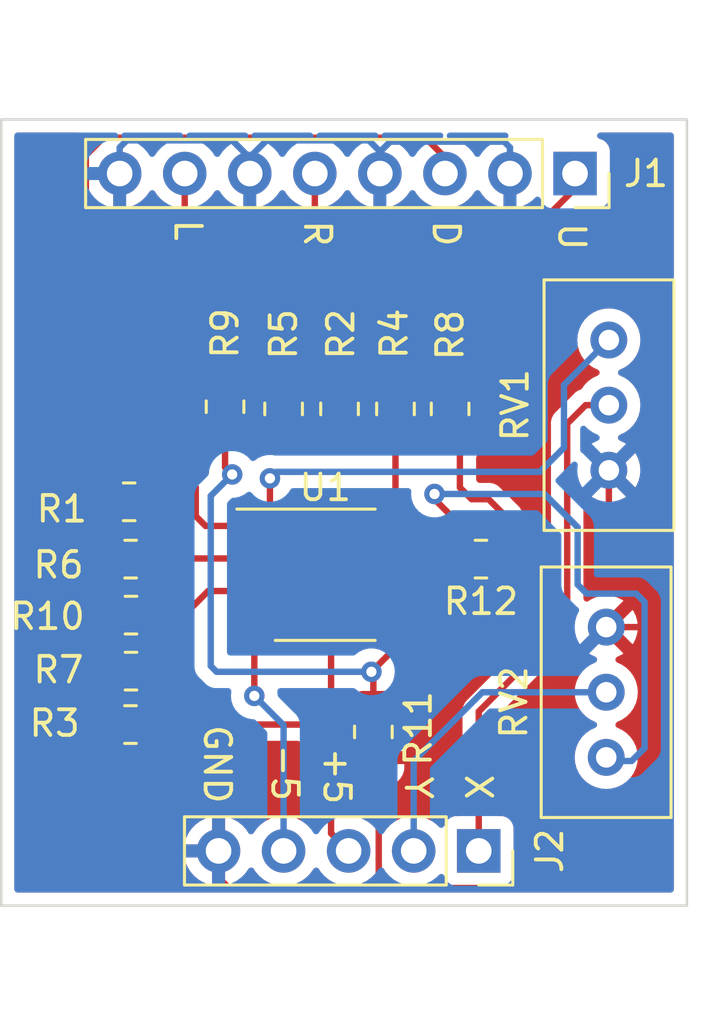
<source format=kicad_pcb>
(kicad_pcb (version 20211014) (generator pcbnew)
  (layers (0 "F.Cu" signal) (31 "B.Cu" signal) (34 "B.Paste" user) (35 "F.Paste" user) (36 "B.SilkS" user "B.Silkscreen") (37 "F.SilkS" user "F.Silkscreen") (38 "B.Mask" user) (39 "F.Mask" user) (44 "Edge.Cuts" user))
  (net 0 "")
  (net 1 "Net-(J1-Pad1)")
  (net 2 "GND")
  (net 3 "Net-(J1-Pad3)")
  (net 4 "Net-(J1-Pad5)")
  (net 5 "Net-(J1-Pad7)")
  (net 6 "Net-(R1-Pad2)")
  (net 7 "Net-(RV2-Pad2)")
  (net 8 "+5V")
  (net 9 "-5V")
  (net 10 "Net-(R1-Pad1)")
  (net 11 "Net-(J2-Pad1)")
  (net 12 "Net-(R12-Pad1)")
  (net 13 "Net-(R11-Pad2)")
  (net 14 "Net-(R10-Pad2)")
  (net 15 "Net-(R12-Pad2)")
  (footprint "Resistor_SMD:R_0805_2012Metric_Pad1.20x1.40mm_HandSolder" (layer "F.Cu") (at 84.5312 105.1908 90)
    (fp_text reference "R4" (at 2.9304 -0.0508 90) (layer "F.SilkS"))
    (fp_text value "1K")
    (fp_line (start -0.227064 0.735) (end 0.227064 0.735) (layer "F.SilkS") (width 0.12))
    (fp_line (start -0.227064 -0.735) (end 0.227064 -0.735) (layer "F.SilkS") (width 0.12))
    (pad "1" smd roundrect (at -1 0 90) (size 1.2 1.4) (layers "F.Cu" "F.Paste" "F.Mask") (roundrect_rratio 0.2083333333) (net 8 "+5V"))
    (pad "2" smd roundrect (at 1 0 90) (size 1.2 1.4) (layers "F.Cu" "F.Paste" "F.Mask") (roundrect_rratio 0.2083333333) (net 4 "Net-(J1-Pad5)"))
  )
  (footprint "Resistor_SMD:R_0805_2012Metric_Pad1.20x1.40mm_HandSolder" (layer "F.Cu") (at 74.184 117.5004)
    (fp_text reference "R3" (at -2.9624 -0.0508) (layer "F.SilkS"))
    (fp_text value "1K")
    (fp_line (start -0.227064 0.735) (end 0.227064 0.735) (layer "F.SilkS") (width 0.12))
    (fp_line (start -0.227064 -0.735) (end 0.227064 -0.735) (layer "F.SilkS") (width 0.12))
    (pad "1" smd roundrect (at -1 0) (size 1.2 1.4) (layers "F.Cu" "F.Paste" "F.Mask") (roundrect_rratio 0.2083333333) (net 3 "Net-(J1-Pad3)"))
    (pad "2" smd roundrect (at 1 0) (size 1.2 1.4) (layers "F.Cu" "F.Paste" "F.Mask") (roundrect_rratio 0.2083333333) (net 8 "+5V"))
  )
  (footprint "Potentiometer_THT:Potentiometer_Bourns_3296W_Vertical" (layer "F.Cu") (at 92.8624 102.5044 90)
    (fp_text reference "RV1" (at -2.54 -3.66 90) (layer "F.SilkS"))
    (fp_text value "10K")
    (fp_line (start 2.345 -2.53) (end 2.345 2.54) (layer "F.SilkS") (width 0.12))
    (fp_line (start -7.425 -2.53) (end 2.345 -2.53) (layer "F.SilkS") (width 0.12))
    (fp_line (start -7.425 -2.53) (end -7.425 2.54) (layer "F.SilkS") (width 0.12))
    (fp_line (start -7.425 2.54) (end 2.345 2.54) (layer "F.SilkS") (width 0.12))
    (pad "1" thru_hole circle (at 0 0 90) (size 1.44 1.44) (drill 0.8) (layers *.Cu *.Mask) (net 6 "Net-(R1-Pad2)"))
    (pad "2" thru_hole circle (at -2.54 0 90) (size 1.44 1.44) (drill 0.8) (layers *.Cu *.Mask) (net 11 "Net-(J2-Pad1)"))
    (pad "3" thru_hole circle (at -5.08 0 90) (size 1.44 1.44) (drill 0.8) (layers *.Cu *.Mask) (net 2 "GND"))
  )
  (footprint "Resistor_SMD:R_0805_2012Metric_Pad1.20x1.40mm_HandSolder" (layer "F.Cu") (at 86.6648 105.1908 90)
    (fp_text reference "R8" (at 2.8796 0 90) (layer "F.SilkS"))
    (fp_text value "10K")
    (fp_line (start -0.227064 0.735) (end 0.227064 0.735) (layer "F.SilkS") (width 0.12))
    (fp_line (start -0.227064 -0.735) (end 0.227064 -0.735) (layer "F.SilkS") (width 0.12))
    (pad "1" smd roundrect (at -1 0 90) (size 1.2 1.4) (layers "F.Cu" "F.Paste" "F.Mask") (roundrect_rratio 0.2083333333) (net 12 "Net-(R12-Pad1)"))
    (pad "2" smd roundrect (at 1 0 90) (size 1.2 1.4) (layers "F.Cu" "F.Paste" "F.Mask") (roundrect_rratio 0.2083333333) (net 4 "Net-(J1-Pad5)"))
  )
  (footprint "Resistor_SMD:R_0805_2012Metric_Pad1.20x1.40mm_HandSolder" (layer "F.Cu") (at 83.6676 117.7892 90)
    (fp_text reference "R11" (at 0.1364 1.7526 90) (layer "F.SilkS"))
    (fp_text value "10K")
    (fp_line (start -0.227064 -0.735) (end 0.227064 -0.735) (layer "F.SilkS") (width 0.12))
    (fp_line (start -0.227064 0.735) (end 0.227064 0.735) (layer "F.SilkS") (width 0.12))
    (pad "1" smd roundrect (at -1 0 90) (size 1.2 1.4) (layers "F.Cu" "F.Paste" "F.Mask") (roundrect_rratio 0.2083333333) (net 2 "GND"))
    (pad "2" smd roundrect (at 1 0 90) (size 1.2 1.4) (layers "F.Cu" "F.Paste" "F.Mask") (roundrect_rratio 0.2083333333) (net 13 "Net-(R11-Pad2)"))
  )
  (footprint "Resistor_SMD:R_0805_2012Metric_Pad1.20x1.40mm_HandSolder" (layer "F.Cu") (at 74.2028 113.2332)
    (fp_text reference "R10" (at -3.2606 0.0508) (layer "F.SilkS"))
    (fp_text value "10K")
    (fp_line (start -0.227064 0.735) (end 0.227064 0.735) (layer "F.SilkS") (width 0.12))
    (fp_line (start -0.227064 -0.735) (end 0.227064 -0.735) (layer "F.SilkS") (width 0.12))
    (pad "1" smd roundrect (at -1 0) (size 1.2 1.4) (layers "F.Cu" "F.Paste" "F.Mask") (roundrect_rratio 0.2083333333) (net 2 "GND"))
    (pad "2" smd roundrect (at 1 0) (size 1.2 1.4) (layers "F.Cu" "F.Paste" "F.Mask") (roundrect_rratio 0.2083333333) (net 14 "Net-(R10-Pad2)"))
  )
  (footprint "Potentiometer_THT:Potentiometer_Bourns_3296W_Vertical" (layer "F.Cu") (at 92.7608 118.7804 -90)
    (fp_text reference "RV2" (at -2.1436 3.6068 90) (layer "F.SilkS"))
    (fp_text value "10K")
    (fp_line (start -7.425 -2.53) (end -7.425 2.54) (layer "F.SilkS") (width 0.12))
    (fp_line (start 2.345 -2.53) (end 2.345 2.54) (layer "F.SilkS") (width 0.12))
    (fp_line (start -7.425 -2.53) (end 2.345 -2.53) (layer "F.SilkS") (width 0.12))
    (fp_line (start -7.425 2.54) (end 2.345 2.54) (layer "F.SilkS") (width 0.12))
    (pad "1" thru_hole circle (at 0 0 270) (size 1.44 1.44) (drill 0.8) (layers *.Cu *.Mask) (net 15 "Net-(R12-Pad2)"))
    (pad "2" thru_hole circle (at -2.54 0 270) (size 1.44 1.44) (drill 0.8) (layers *.Cu *.Mask) (net 7 "Net-(RV2-Pad2)"))
    (pad "3" thru_hole circle (at -5.08 0 270) (size 1.44 1.44) (drill 0.8) (layers *.Cu *.Mask) (net 2 "GND"))
  )
  (footprint "Resistor_SMD:R_0805_2012Metric_Pad1.20x1.40mm_HandSolder" (layer "F.Cu") (at 87.868 111.0488 180)
    (fp_text reference "R12" (at 0 -1.65) (layer "F.SilkS"))
    (fp_text value "10K")
    (fp_line (start -0.227064 -0.735) (end 0.227064 -0.735) (layer "F.SilkS") (width 0.12))
    (fp_line (start -0.227064 0.735) (end 0.227064 0.735) (layer "F.SilkS") (width 0.12))
    (pad "1" smd roundrect (at -1 0 180) (size 1.2 1.4) (layers "F.Cu" "F.Paste" "F.Mask") (roundrect_rratio 0.2083333333) (net 12 "Net-(R12-Pad1)"))
    (pad "2" smd roundrect (at 1 0 180) (size 1.2 1.4) (layers "F.Cu" "F.Paste" "F.Mask") (roundrect_rratio 0.2083333333) (net 15 "Net-(R12-Pad2)"))
  )
  (footprint "Connector_PinSocket_2.54mm:PinSocket_1x05_P2.54mm_Vertical" (layer "F.Cu") (at 87.7824 122.428 -90)
    (fp_text reference "J2" (at 0 -2.77 90) (layer "F.SilkS"))
    (fp_text value "Conn_01x05_Male")
    (fp_line (start -1.33 1.27) (end 1.33 1.27) (layer "F.SilkS") (width 0.12))
    (fp_line (start 0 -1.33) (end 1.33 -1.33) (layer "F.SilkS") (width 0.12))
    (fp_line (start 1.33 -1.33) (end 1.33 0) (layer "F.SilkS") (width 0.12))
    (fp_line (start -1.33 1.27) (end -1.33 11.49) (layer "F.SilkS") (width 0.12))
    (fp_line (start -1.33 11.49) (end 1.33 11.49) (layer "F.SilkS") (width 0.12))
    (fp_line (start 1.33 1.27) (end 1.33 11.49) (layer "F.SilkS") (width 0.12))
    (pad "1" thru_hole rect (at 0 0 270) (size 1.7 1.7) (drill 1) (layers *.Cu *.Mask) (net 11 "Net-(J2-Pad1)"))
    (pad "2" thru_hole oval (at 0 2.54 270) (size 1.7 1.7) (drill 1) (layers *.Cu *.Mask) (net 7 "Net-(RV2-Pad2)"))
    (pad "3" thru_hole oval (at 0 5.08 270) (size 1.7 1.7) (drill 1) (layers *.Cu *.Mask) (net 8 "+5V"))
    (pad "4" thru_hole oval (at 0 7.62 270) (size 1.7 1.7) (drill 1) (layers *.Cu *.Mask) (net 9 "-5V"))
    (pad "5" thru_hole oval (at 0 10.16 270) (size 1.7 1.7) (drill 1) (layers *.Cu *.Mask) (net 2 "GND"))
  )
  (footprint "Resistor_SMD:R_0805_2012Metric_Pad1.20x1.40mm_HandSolder" (layer "F.Cu") (at 82.3468 105.1908 90)
    (fp_text reference "R2" (at 2.9116 0.0508 90) (layer "F.SilkS"))
    (fp_text value "1K")
    (fp_line (start -0.227064 0.735) (end 0.227064 0.735) (layer "F.SilkS") (width 0.12))
    (fp_line (start -0.227064 -0.735) (end 0.227064 -0.735) (layer "F.SilkS") (width 0.12))
    (pad "1" smd roundrect (at -1 0 90) (size 1.2 1.4) (layers "F.Cu" "F.Paste" "F.Mask") (roundrect_rratio 0.2083333333) (net 8 "+5V"))
    (pad "2" smd roundrect (at 1 0 90) (size 1.2 1.4) (layers "F.Cu" "F.Paste" "F.Mask") (roundrect_rratio 0.2083333333) (net 1 "Net-(J1-Pad1)"))
  )
  (footprint "Package_SO:SO-8_3.9x4.9mm_P1.27mm" (layer "F.Cu") (at 81.788 111.6584)
    (fp_text reference "U1" (at 0 -3.4) (layer "F.SilkS"))
    (fp_text value "TL072ID")
    (fp_line (start 0 2.56) (end -1.95 2.56) (layer "F.SilkS") (width 0.12))
    (fp_line (start 0 -2.56) (end 1.95 -2.56) (layer "F.SilkS") (width 0.12))
    (fp_line (start 0 -2.56) (end -3.45 -2.56) (layer "F.SilkS") (width 0.12))
    (fp_line (start 0 2.56) (end 1.95 2.56) (layer "F.SilkS") (width 0.12))
    (pad "1" smd roundrect (at -2.575 -1.905) (size 1.75 0.6) (layers "F.Cu" "F.Paste" "F.Mask") (net 6 "Net-(R1-Pad2)"))
    (pad "2" smd roundrect (at -2.575 -0.635) (size 1.75 0.6) (layers "F.Cu" "F.Paste" "F.Mask") (net 10 "Net-(R1-Pad1)"))
    (pad "3" smd roundrect (at -2.575 0.635) (size 1.75 0.6) (layers "F.Cu" "F.Paste" "F.Mask") (net 14 "Net-(R10-Pad2)"))
    (pad "4" smd roundrect (at -2.575 1.905) (size 1.75 0.6) (layers "F.Cu" "F.Paste" "F.Mask") (net 9 "-5V"))
    (pad "5" smd roundrect (at 2.575 1.905) (size 1.75 0.6) (layers "F.Cu" "F.Paste" "F.Mask") (net 13 "Net-(R11-Pad2)"))
    (pad "6" smd roundrect (at 2.575 0.635) (size 1.75 0.6) (layers "F.Cu" "F.Paste" "F.Mask") (net 12 "Net-(R12-Pad1)"))
    (pad "7" smd roundrect (at 2.575 -0.635) (size 1.75 0.6) (layers "F.Cu" "F.Paste" "F.Mask") (net 15 "Net-(R12-Pad2)"))
    (pad "8" smd roundrect (at 2.575 -1.905) (size 1.75 0.6) (layers "F.Cu" "F.Paste" "F.Mask") (net 8 "+5V"))
  )
  (footprint "Resistor_SMD:R_0805_2012Metric_Pad1.20x1.40mm_HandSolder" (layer "F.Cu") (at 80.1624 105.1908 -90)
    (fp_text reference "R5" (at -2.9116 0 90) (layer "F.SilkS"))
    (fp_text value "1K")
    (fp_line (start -0.227064 0.735) (end 0.227064 0.735) (layer "F.SilkS") (width 0.12))
    (fp_line (start -0.227064 -0.735) (end 0.227064 -0.735) (layer "F.SilkS") (width 0.12))
    (pad "1" smd roundrect (at -1 0 270) (size 1.2 1.4) (layers "F.Cu" "F.Paste" "F.Mask") (roundrect_rratio 0.2083333333) (net 5 "Net-(J1-Pad7)"))
    (pad "2" smd roundrect (at 1 0 270) (size 1.2 1.4) (layers "F.Cu" "F.Paste" "F.Mask") (roundrect_rratio 0.2083333333) (net 8 "+5V"))
  )
  (footprint "Resistor_SMD:R_0805_2012Metric_Pad1.20x1.40mm_HandSolder" (layer "F.Cu") (at 77.8764 105.1052 -90)
    (fp_text reference "R9" (at -2.8608 0 90) (layer "F.SilkS"))
    (fp_text value "10K")
    (fp_line (start -0.227064 -0.735) (end 0.227064 -0.735) (layer "F.SilkS") (width 0.12))
    (fp_line (start -0.227064 0.735) (end 0.227064 0.735) (layer "F.SilkS") (width 0.12))
    (pad "1" smd roundrect (at -1 0 270) (size 1.2 1.4) (layers "F.Cu" "F.Paste" "F.Mask") (roundrect_rratio 0.2083333333) (net 5 "Net-(J1-Pad7)"))
    (pad "2" smd roundrect (at 1 0 270) (size 1.2 1.4) (layers "F.Cu" "F.Paste" "F.Mask") (roundrect_rratio 0.2083333333) (net 13 "Net-(R11-Pad2)"))
  )
  (footprint "Resistor_SMD:R_0805_2012Metric_Pad1.20x1.40mm_HandSolder" (layer "F.Cu") (at 74.2028 115.4176 180)
    (fp_text reference "R7" (at 2.8288 0.0508) (layer "F.SilkS"))
    (fp_text value "10K")
    (fp_line (start -0.227064 0.735) (end 0.227064 0.735) (layer "F.SilkS") (width 0.12))
    (fp_line (start -0.227064 -0.735) (end 0.227064 -0.735) (layer "F.SilkS") (width 0.12))
    (pad "1" smd roundrect (at -1 0 180) (size 1.2 1.4) (layers "F.Cu" "F.Paste" "F.Mask") (roundrect_rratio 0.2083333333) (net 3 "Net-(J1-Pad3)"))
    (pad "2" smd roundrect (at 1 0 180) (size 1.2 1.4) (layers "F.Cu" "F.Paste" "F.Mask") (roundrect_rratio 0.2083333333) (net 14 "Net-(R10-Pad2)"))
  )
  (footprint "Resistor_SMD:R_0805_2012Metric_Pad1.20x1.40mm_HandSolder" (layer "F.Cu") (at 74.1896 111.0488)
    (fp_text reference "R6" (at -2.8156 0.2286) (layer "F.SilkS"))
    (fp_text value "10K")
    (fp_line (start -0.227064 0.735) (end 0.227064 0.735) (layer "F.SilkS") (width 0.12))
    (fp_line (start -0.227064 -0.735) (end 0.227064 -0.735) (layer "F.SilkS") (width 0.12))
    (pad "1" smd roundrect (at -1 0) (size 1.2 1.4) (layers "F.Cu" "F.Paste" "F.Mask") (roundrect_rratio 0.2083333333) (net 1 "Net-(J1-Pad1)"))
    (pad "2" smd roundrect (at 1 0) (size 1.2 1.4) (layers "F.Cu" "F.Paste" "F.Mask") (roundrect_rratio 0.2083333333) (net 10 "Net-(R1-Pad1)"))
  )
  (footprint "Resistor_SMD:R_0805_2012Metric_Pad1.20x1.40mm_HandSolder" (layer "F.Cu") (at 74.1332 108.8136 180)
    (fp_text reference "R1" (at 2.6322 -0.2794) (layer "F.SilkS"))
    (fp_text value "10K")
    (fp_line (start -0.227064 0.735) (end 0.227064 0.735) (layer "F.SilkS") (width 0.12))
    (fp_line (start -0.227064 -0.735) (end 0.227064 -0.735) (layer "F.SilkS") (width 0.12))
    (pad "1" smd roundrect (at -1 0 180) (size 1.2 1.4) (layers "F.Cu" "F.Paste" "F.Mask") (roundrect_rratio 0.2083333333) (net 10 "Net-(R1-Pad1)"))
    (pad "2" smd roundrect (at 1 0 180) (size 1.2 1.4) (layers "F.Cu" "F.Paste" "F.Mask") (roundrect_rratio 0.2083333333) (net 6 "Net-(R1-Pad2)"))
  )
  (footprint "Connector_PinSocket_2.54mm:PinSocket_1x08_P2.54mm_Vertical" (layer "F.Cu") (at 91.5416 96.012 -90)
    (fp_text reference "J1" (at 0 -2.77 180) (layer "F.SilkS"))
    (fp_text value "Conn_01x08_Male")
    (fp_line (start 1.33 -1.33) (end 1.33 0) (layer "F.SilkS") (width 0.12))
    (fp_line (start -1.33 1.27) (end 1.33 1.27) (layer "F.SilkS") (width 0.12))
    (fp_line (start 0 -1.33) (end 1.33 -1.33) (layer "F.SilkS") (width 0.12))
    (fp_line (start -1.33 1.27) (end -1.33 19.11) (layer "F.SilkS") (width 0.12))
    (fp_line (start 1.33 1.27) (end 1.33 19.11) (layer "F.SilkS") (width 0.12))
    (fp_line (start -1.33 19.11) (end 1.33 19.11) (layer "F.SilkS") (width 0.12))
    (pad "1" thru_hole rect (at 0 0 270) (size 1.7 1.7) (drill 1) (layers *.Cu *.Mask) (net 1 "Net-(J1-Pad1)"))
    (pad "2" thru_hole oval (at 0 2.54 270) (size 1.7 1.7) (drill 1) (layers *.Cu *.Mask) (net 2 "GND"))
    (pad "3" thru_hole oval (at 0 5.08 270) (size 1.7 1.7) (drill 1) (layers *.Cu *.Mask) (net 3 "Net-(J1-Pad3)"))
    (pad "4" thru_hole oval (at 0 7.62 270) (size 1.7 1.7) (drill 1) (layers *.Cu *.Mask) (net 2 "GND"))
    (pad "5" thru_hole oval (at 0 10.16 270) (size 1.7 1.7) (drill 1) (layers *.Cu *.Mask) (net 4 "Net-(J1-Pad5)"))
    (pad "6" thru_hole oval (at 0 12.7 270) (size 1.7 1.7) (drill 1) (layers *.Cu *.Mask) (net 2 "GND"))
    (pad "7" thru_hole oval (at 0 15.24 270) (size 1.7 1.7) (drill 1) (layers *.Cu *.Mask) (net 5 "Net-(J1-Pad7)"))
    (pad "8" thru_hole oval (at 0 17.78 270) (size 1.7 1.7) (drill 1) (layers *.Cu *.Mask) (net 2 "GND"))
  )
  (gr_rect (start 69.1388 93.9038) (end 95.9104 124.5616) (layer "Edge.Cuts") (width 0.1) (fill none))
  (gr_text "GND" (at 77.5716 119.0498 270) (layer "F.SilkS") (effects (font (size 1 1))))
  (gr_text "X" (at 87.8586 119.9388 90) (layer "F.SilkS") (effects (font (size 1 1))))
  (gr_text "D" (at 86.5124 98.3488 270) (layer "F.SilkS") (effects (font (size 1 1))))
  (gr_text "-5" (at 80.2132 119.38 270) (layer "F.SilkS") (effects (font (size 1 1))))
  (gr_text "R" (at 81.4832 98.3488 270) (layer "F.SilkS") (effects (font (size 1 1))))
  (gr_text "U" (at 91.4146 98.4758 270) (layer "F.SilkS") (effects (font (size 1 1))))
  (gr_text "+5" (at 82.2452 119.507 270) (layer "F.SilkS") (effects (font (size 1 1))))
  (gr_text "L" (at 76.4286 98.2218 270) (layer "F.SilkS") (effects (font (size 1 1))))
  (gr_text "Y" (at 85.4202 119.9642 270) (layer "F.SilkS") (effects (font (size 1 1))))
  (segment (start 91.5416 96.5962) (end 91.5416 96.012) (width 0.25) (layer "F.Cu") (net 1))
  (segment (start 82.4484 105.2322) (end 88.0872 105.2322) (width 0.25) (layer "F.Cu") (net 1))
  (segment (start 89.4842 98.6536) (end 91.5416 96.5962) (width 0.25) (layer "F.Cu") (net 1))
  (segment (start 88.0872 105.2322) (end 89.4842 103.8352) (width 0.25) (layer "F.Cu") (net 1))
  (segment (start 82.3468 105.1306) (end 82.4484 105.2322) (width 0.25) (layer "F.Cu") (net 1))
  (segment (start 89.4842 103.8352) (end 89.4842 98.6536) (width 0.25) (layer "F.Cu") (net 1))
  (segment (start 81.9658 105.2576) (end 79.248 105.2576) (width 0.25) (layer "F.Cu") (net 1))
  (segment (start 82.3468 104.1908) (end 82.3468 105.1306) (width 0.25) (layer "F.Cu") (net 1))
  (segment (start 79.248 105.2576) (end 79.121 105.1306) (width 0.25) (layer "F.Cu") (net 1))
  (segment (start 73.3298 105.1306) (end 71.8312 106.6292) (width 0.25) (layer "F.Cu") (net 1))
  (segment (start 71.9328 111.0488) (end 73.1896 111.0488) (width 0.25) (layer "F.Cu") (net 1))
  (segment (start 71.8312 110.9472) (end 71.9328 111.0488) (width 0.25) (layer "F.Cu") (net 1))
  (segment (start 82.3468 104.8766) (end 81.9658 105.2576) (width 0.25) (layer "F.Cu") (net 1))
  (segment (start 82.3468 104.1908) (end 82.3468 104.8766) (width 0.25) (layer "F.Cu") (net 1))
  (segment (start 71.8312 106.6292) (end 71.8312 110.9472) (width 0.25) (layer "F.Cu") (net 1))
  (segment (start 79.121 105.1306) (end 73.3298 105.1306) (width 0.25) (layer "F.Cu") (net 1))
  (segment (start 94.2694 113.7004) (end 94.3356 113.7666) (width 0.25) (layer "F.Cu") (net 2))
  (segment (start 94.3356 123.571) (end 94.3356 113.7666) (width 0.25) (layer "F.Cu") (net 2))
  (segment (start 83.8774 123.666) (end 83.7184 123.825) (width 0.25) (layer "F.Cu") (net 2))
  (segment (start 72.7964 113.2332) (end 71.247 111.6838) (width 0.25) (layer "F.Cu") (net 2))
  (segment (start 83.7184 123.825) (end 77.978 123.825) (width 0.25) (layer "F.Cu") (net 2))
  (segment (start 83.6676 118.7892) (end 83.6676 121.031) (width 0.25) (layer "F.Cu") (net 2))
  (segment (start 71.247 111.6838) (end 71.247 105.9434) (width 0.25) (layer "F.Cu") (net 2))
  (segment (start 94.3356 110.5154) (end 92.8624 109.0422) (width 0.25) (layer "F.Cu") (net 2))
  (segment (start 71.247 105.9434) (end 73.7616 103.4288) (width 0.25) (layer "F.Cu") (net 2))
  (segment (start 92.7608 113.7004) (end 94.2694 113.7004) (width 0.25) (layer "F.Cu") (net 2))
  (segment (start 77.978 123.825) (end 77.6224 123.4694) (width 0.25) (layer "F.Cu") (net 2))
  (segment (start 77.6224 123.4694) (end 77.6224 122.428) (width 0.25) (layer "F.Cu") (net 2))
  (segment (start 84.0994 123.8758) (end 94.0308 123.8758) (width 0.25) (layer "F.Cu") (net 2))
  (segment (start 94.0308 123.8758) (end 94.3356 123.571) (width 0.25) (layer "F.Cu") (net 2))
  (segment (start 94.3356 113.7666) (end 94.3356 110.5154) (width 0.25) (layer "F.Cu") (net 2))
  (segment (start 73.2028 113.2332) (end 72.7964 113.2332) (width 0.25) (layer "F.Cu") (net 2))
  (segment (start 92.8624 109.0422) (end 92.8624 107.5844) (width 0.25) (layer "F.Cu") (net 2))
  (segment (start 83.8896 123.666) (end 84.0994 123.8758) (width 0.25) (layer "F.Cu") (net 2))
  (segment (start 73.7616 103.4288) (end 73.7616 96.012) (width 0.25) (layer "F.Cu") (net 2))
  (segment (start 83.6676 121.031) (end 83.8774 121.2408) (width 0.25) (layer "F.Cu") (net 2))
  (segment (start 83.8774 123.666) (end 83.8896 123.666) (width 0.25) (layer "F.Cu") (net 2))
  (segment (start 83.8774 121.2408) (end 83.8774 123.666) (width 0.25) (layer "F.Cu") (net 2))
  (segment (start 71.1962 105.9942) (end 71.1962 118.1608) (width 0.25) (layer "B.Cu") (net 2))
  (segment (start 83.4898 94.7166) (end 83.9216 95.1484) (width 0.25) (layer "B.Cu") (net 2))
  (segment (start 73.7616 96.012) (end 73.7616 103.4288) (width 0.25) (layer "B.Cu") (net 2))
  (segment (start 78.8416 96.012) (end 78.994 95.8596) (width 0.25) (layer "B.Cu") (net 2))
  (segment (start 88.773 94.7674) (end 89.0016 94.996) (width 0.25) (layer "B.Cu") (net 2))
  (segment (start 72.5424 119.507) (end 75.819 119.507) (width 0.25) (layer "B.Cu") (net 2))
  (segment (start 78.994 95.8596) (end 78.994 95.2246) (width 0.25) (layer "B.Cu") (net 2))
  (segment (start 78.8416 96.012) (end 78.8416 95.4024) (width 0.25) (layer "B.Cu") (net 2))
  (segment (start 83.9216 95.1738) (end 84.328 94.7674) (width 0.25) (layer "B.Cu") (net 2))
  (segment (start 77.3176 119.2784) (end 77.6224 119.5832) (width 0.25) (layer "B.Cu") (net 2))
  (segment (start 76.0476 119.2784) (end 77.3176 119.2784) (width 0.25) (layer "B.Cu") (net 2))
  (segment (start 79.502 94.7166) (end 83.4898 94.7166) (width 0.25) (layer "B.Cu") (net 2))
  (segment (start 78.8416 95.4024) (end 78.1558 94.7166) (width 0.25) (layer "B.Cu") (net 2))
  (segment (start 73.7616 103.4288) (end 71.1962 105.9942) (width 0.25) (layer "B.Cu") (net 2))
  (segment (start 74.041 94.7166) (end 73.7616 94.996) (width 0.25) (layer "B.Cu") (net 2))
  (segment (start 83.9216 96.012) (end 83.9216 95.1738) (width 0.25) (layer "B.Cu") (net 2))
  (segment (start 84.328 94.7674) (end 88.773 94.7674) (width 0.25) (layer "B.Cu") (net 2))
  (segment (start 77.6224 119.5832) (end 77.6224 122.428) (width 0.25) (layer "B.Cu") (net 2))
  (segment (start 71.1962 118.1608) (end 72.5424 119.507) (width 0.25) (layer "B.Cu") (net 2))
  (segment (start 78.994 95.2246) (end 79.502 94.7166) (width 0.25) (layer "B.Cu") (net 2))
  (segment (start 78.1558 94.7166) (end 74.041 94.7166) (width 0.25) (layer "B.Cu") (net 2))
  (segment (start 75.819 119.507) (end 76.0476 119.2784) (width 0.25) (layer "B.Cu") (net 2))
  (segment (start 73.7616 94.996) (end 73.7616 96.012) (width 0.25) (layer "B.Cu") (net 2))
  (segment (start 89.0016 94.996) (end 89.0016 96.012) (width 0.25) (layer "B.Cu") (net 2))
  (segment (start 83.9216 95.1484) (end 83.9216 96.012) (width 0.25) (layer "B.Cu") (net 2))
  (segment (start 72.4408 97.3836) (end 72.4408 95.3008) (width 0.25) (layer "F.Cu") (net 3))
  (segment (start 73.184 117.5004) (end 73.184 117.4364) (width 0.25) (layer "F.Cu") (net 3))
  (segment (start 73.184 117.5004) (end 72.898 117.5004) (width 0.25) (layer "F.Cu") (net 3))
  (segment (start 73.1012 102.8954) (end 73.1012 98.044) (width 0.25) (layer "F.Cu") (net 3))
  (segment (start 72.4408 95.3008) (end 73.1266 94.615) (width 0.25) (layer "F.Cu") (net 3))
  (segment (start 85.6996 94.615) (end 86.4616 95.377) (width 0.25) (layer "F.Cu") (net 3))
  (segment (start 73.025 102.8954) (end 73.1012 102.8954) (width 0.25) (layer "F.Cu") (net 3))
  (segment (start 73.1012 98.044) (end 72.4408 97.3836) (width 0.25) (layer "F.Cu") (net 3))
  (segment (start 72.898 117.5004) (end 70.7644 115.3668) (width 0.25) (layer "F.Cu") (net 3))
  (segment (start 70.7644 115.3668) (end 70.7644 105.156) (width 0.25) (layer "F.Cu") (net 3))
  (segment (start 73.1266 94.615) (end 85.6996 94.615) (width 0.25) (layer "F.Cu") (net 3))
  (segment (start 86.4616 95.377) (end 86.4616 96.012) (width 0.25) (layer "F.Cu") (net 3))
  (segment (start 70.7644 105.156) (end 73.025 102.8954) (width 0.25) (layer "F.Cu") (net 3))
  (segment (start 73.184 117.4364) (end 75.2028 115.4176) (width 0.25) (layer "F.Cu") (net 3))
  (segment (start 84.5312 104.1908) (end 86.6648 104.1908) (width 0.25) (layer "F.Cu") (net 4))
  (segment (start 84.709 104.013) (end 84.5312 104.1908) (width 0.25) (layer "F.Cu") (net 4))
  (segment (start 82.2452 102.1588) (end 84.201 102.1588) (width 0.25) (layer "F.Cu") (net 4))
  (segment (start 81.3816 101.2952) (end 82.2452 102.1588) (width 0.25) (layer "F.Cu") (net 4))
  (segment (start 81.3816 96.012) (end 81.3816 101.2952) (width 0.25) (layer "F.Cu") (net 4))
  (segment (start 84.709 102.6668) (end 84.709 104.013) (width 0.25) (layer "F.Cu") (net 4))
  (segment (start 84.201 102.1588) (end 84.709 102.6668) (width 0.25) (layer "F.Cu") (net 4))
  (segment (start 76.3016 98.679) (end 76.3016 96.012) (width 0.25) (layer "F.Cu") (net 5))
  (segment (start 77.8764 104.1052) (end 75.819 102.0478) (width 0.25) (layer "F.Cu") (net 5))
  (segment (start 75.819 102.0478) (end 75.819 99.1616) (width 0.25) (layer "F.Cu") (net 5))
  (segment (start 75.819 99.1616) (end 76.3016 98.679) (width 0.25) (layer "F.Cu") (net 5))
  (segment (start 80.1624 104.1908) (end 77.962 104.1908) (width 0.25) (layer "F.Cu") (net 5))
  (segment (start 77.962 104.1908) (end 77.8764 104.1052) (width 0.25) (layer "F.Cu") (net 5))
  (segment (start 73.1332 108.8136) (end 73.1332 107.537) (width 0.25) (layer "F.Cu") (net 6))
  (segment (start 75.9206 107.442) (end 76.7334 108.2548) (width 0.25) (layer "F.Cu") (net 6))
  (segment (start 79.629 109.3374) (end 79.213 109.7534) (width 0.25) (layer "F.Cu") (net 6))
  (segment (start 79.629 107.8992) (end 79.629 109.3374) (width 0.25) (layer "F.Cu") (net 6))
  (segment (start 76.7334 109.3724) (end 77.1144 109.7534) (width 0.25) (layer "F.Cu") (net 6))
  (segment (start 77.1144 109.7534) (end 79.213 109.7534) (width 0.25) (layer "F.Cu") (net 6))
  (segment (start 73.2282 107.442) (end 75.9206 107.442) (width 0.25) (layer "F.Cu") (net 6))
  (segment (start 73.1332 107.537) (end 73.2282 107.442) (width 0.25) (layer "F.Cu") (net 6))
  (segment (start 76.7334 108.2548) (end 76.7334 109.3724) (width 0.25) (layer "F.Cu") (net 6))
  (via (at 79.629 107.8992) (size 0.8) (drill 0.4) (layers "F.Cu" "B.Cu") (net 6))
  (segment (start 90.17 107.6452) (end 79.883 107.6452) (width 0.25) (layer "B.Cu") (net 6))
  (segment (start 91.1098 104.257) (end 91.1098 106.7054) (width 0.25) (layer "B.Cu") (net 6))
  (segment (start 79.883 107.6452) (end 79.629 107.8992) (width 0.25) (layer "B.Cu") (net 6))
  (segment (start 91.1098 106.7054) (end 90.17 107.6452) (width 0.25) (layer "B.Cu") (net 6))
  (segment (start 92.8624 102.5044) (end 91.1098 104.257) (width 0.25) (layer "B.Cu") (net 6))
  (segment (start 85.2424 122.428) (end 85.2424 118.9228) (width 0.25) (layer "B.Cu") (net 7))
  (segment (start 87.9248 116.2404) (end 92.7608 116.2404) (width 0.25) (layer "B.Cu") (net 7))
  (segment (start 85.2424 118.9228) (end 87.9248 116.2404) (width 0.25) (layer "B.Cu") (net 7))
  (segment (start 82.3468 106.1908) (end 84.5312 106.1908) (width 0.25) (layer "F.Cu") (net 8))
  (segment (start 84.5312 106.1908) (end 84.5312 109.5852) (width 0.25) (layer "F.Cu") (net 8))
  (segment (start 82.0166 121.7422) (end 82.7024 122.428) (width 0.25) (layer "F.Cu") (net 8))
  (segment (start 81.026 117.5004) (end 82.0166 118.491) (width 0.25) (layer "F.Cu") (net 8))
  (segment (start 82.0166 118.745) (end 82.0166 121.7422) (width 0.25) (layer "F.Cu") (net 8))
  (segment (start 80.1624 106.1908) (end 82.3468 106.1908) (width 0.25) (layer "F.Cu") (net 8))
  (segment (start 82.0166 118.491) (end 82.0166 118.745) (width 0.25) (layer "F.Cu") (net 8))
  (segment (start 84.5312 109.5852) (end 84.363 109.7534) (width 0.25) (layer "F.Cu") (net 8))
  (segment (start 75.184 117.5004) (end 81.026 117.5004) (width 0.25) (layer "F.Cu") (net 8))
  (segment (start 83.058 109.7534) (end 82.0166 110.7948) (width 0.25) (layer "F.Cu") (net 8))
  (segment (start 82.0166 110.7948) (end 82.0166 118.745) (width 0.25) (layer "F.Cu") (net 8))
  (segment (start 84.363 109.7534) (end 83.058 109.7534) (width 0.25) (layer "F.Cu") (net 8))
  (segment (start 79.0194 113.757) (end 79.213 113.5634) (width 0.25) (layer "F.Cu") (net 9))
  (segment (start 79.0194 116.3828) (end 79.0194 113.757) (width 0.25) (layer "F.Cu") (net 9))
  (via (at 79.0194 116.3828) (size 0.8) (drill 0.4) (layers "F.Cu" "B.Cu") (net 9))
  (segment (start 80.1624 122.428) (end 80.1624 117.5258) (width 0.25) (layer "B.Cu") (net 9))
  (segment (start 80.1624 117.5258) (end 79.0194 116.3828) (width 0.25) (layer "B.Cu") (net 9))
  (segment (start 79.213 111.0234) (end 75.215 111.0234) (width 0.25) (layer "F.Cu") (net 10))
  (segment (start 75.215 111.0234) (end 75.1896 111.0488) (width 0.25) (layer "F.Cu") (net 10))
  (segment (start 75.1332 108.8136) (end 75.1332 110.9924) (width 0.25) (layer "F.Cu") (net 10))
  (segment (start 75.1332 110.9924) (end 75.1896 111.0488) (width 0.25) (layer "F.Cu") (net 10))
  (segment (start 91.2368 113.538) (end 91.2368 105.7656) (width 0.25) (layer "F.Cu") (net 11))
  (segment (start 87.7824 116.9924) (end 91.2368 113.538) (width 0.25) (layer "F.Cu") (net 11))
  (segment (start 87.7824 122.428) (end 87.7824 116.9924) (width 0.25) (layer "F.Cu") (net 11))
  (segment (start 91.2368 105.7656) (end 91.958 105.0444) (width 0.25) (layer "F.Cu") (net 11))
  (segment (start 91.958 105.0444) (end 92.8624 105.0444) (width 0.25) (layer "F.Cu") (net 11))
  (segment (start 87.0458 106.5718) (end 86.6648 106.1908) (width 0.25) (layer "F.Cu") (net 12))
  (segment (start 88.868 111.0488) (end 88.868 109.4166) (width 0.25) (layer "F.Cu") (net 12))
  (segment (start 84.363 112.2934) (end 87.6234 112.2934) (width 0.25) (layer "F.Cu") (net 12))
  (segment (start 87.6234 112.2934) (end 88.868 111.0488) (width 0.25) (layer "F.Cu") (net 12))
  (segment (start 87.0458 108.2548) (end 87.0458 106.5718) (width 0.25) (layer "F.Cu") (net 12))
  (segment (start 87.503 108.712) (end 87.0458 108.2548) (width 0.25) (layer "F.Cu") (net 12))
  (segment (start 88.1634 108.712) (end 87.503 108.712) (width 0.25) (layer "F.Cu") (net 12))
  (segment (start 88.868 109.4166) (end 88.1634 108.712) (width 0.25) (layer "F.Cu") (net 12))
  (segment (start 77.8764 107.4674) (end 78.1558 107.7468) (width 0.25) (layer "F.Cu") (net 13))
  (segment (start 77.8764 106.1052) (end 77.8764 107.4674) (width 0.25) (layer "F.Cu") (net 13))
  (segment (start 83.6676 115.5192) (end 83.5914 115.443) (width 0.25) (layer "F.Cu") (net 13))
  (segment (start 84.363 113.5634) (end 84.363 114.6714) (width 0.25) (layer "F.Cu") (net 13))
  (segment (start 84.363 114.6714) (end 83.5914 115.443) (width 0.25) (layer "F.Cu") (net 13))
  (segment (start 83.6676 116.7892) (end 83.6676 115.5192) (width 0.25) (layer "F.Cu") (net 13))
  (via (at 83.5914 115.443) (size 0.8) (drill 0.4) (layers "F.Cu" "B.Cu") (net 13))
  (via (at 78.1558 107.7468) (size 0.8) (drill 0.4) (layers "F.Cu" "B.Cu") (net 13))
  (segment (start 78.1558 107.7468) (end 77.3176 108.585) (width 0.25) (layer "B.Cu") (net 13))
  (segment (start 77.5462 115.443) (end 77.7494 115.443) (width 0.25) (layer "B.Cu") (net 13))
  (segment (start 77.3176 115.2144) (end 77.5462 115.443) (width 0.25) (layer "B.Cu") (net 13))
  (segment (start 77.3176 108.585) (end 77.3176 115.2144) (width 0.25) (layer "B.Cu") (net 13))
  (segment (start 77.7494 115.443) (end 83.5914 115.443) (width 0.25) (layer "B.Cu") (net 13))
  (segment (start 73.2028 115.4176) (end 75.2028 113.4176) (width 0.25) (layer "F.Cu") (net 14))
  (segment (start 75.2028 113.2332) (end 76.2762 113.2332) (width 0.25) (layer "F.Cu") (net 14))
  (segment (start 76.2762 113.2332) (end 77.216 112.2934) (width 0.25) (layer "F.Cu") (net 14))
  (segment (start 75.2028 113.4176) (end 75.2028 113.2332) (width 0.25) (layer "F.Cu") (net 14))
  (segment (start 77.216 112.2934) (end 79.213 112.2934) (width 0.25) (layer "F.Cu") (net 14))
  (segment (start 86.8426 111.0234) (end 86.868 111.0488) (width 0.25) (layer "F.Cu") (net 15))
  (segment (start 86.868 109.5248) (end 85.9282 108.585) (width 0.25) (layer "F.Cu") (net 15))
  (segment (start 84.363 111.0234) (end 86.8426 111.0234) (width 0.25) (layer "F.Cu") (net 15))
  (segment (start 85.9282 108.585) (end 86.0044 108.5088) (width 0.25) (layer "F.Cu") (net 15))
  (segment (start 86.0044 108.5088) (end 86.0552 108.5088) (width 0.25) (layer "F.Cu") (net 15))
  (segment (start 86.868 111.0488) (end 86.868 109.5248) (width 0.25) (layer "F.Cu") (net 15))
  (via (at 86.0552 108.5088) (size 0.8) (drill 0.4) (layers "F.Cu" "B.Cu") (net 15))
  (segment (start 91.6432 109.8042) (end 91.6432 112.0394) (width 0.25) (layer "B.Cu") (net 15))
  (segment (start 86.0552 108.5088) (end 90.3478 108.5088) (width 0.25) (layer "B.Cu") (net 15))
  (segment (start 91.9988 112.395) (end 93.9292 112.395) (width 0.25) (layer "B.Cu") (net 15))
  (segment (start 94.2594 112.7252) (end 94.2594 118.4148) (width 0.25) (layer "B.Cu") (net 15))
  (segment (start 93.7514 118.9228) (end 92.9032 118.9228) (width 0.25) (layer "B.Cu") (net 15))
  (segment (start 91.6432 112.0394) (end 91.9988 112.395) (width 0.25) (layer "B.Cu") (net 15))
  (segment (start 92.9032 118.9228) (end 92.7608 118.7804) (width 0.25) (layer "B.Cu") (net 15))
  (segment (start 93.9292 112.395) (end 94.2594 112.7252) (width 0.25) (layer "B.Cu") (net 15))
  (segment (start 90.3478 108.5088) (end 91.6432 109.8042) (width 0.25) (layer "B.Cu") (net 15))
  (segment (start 94.2594 118.4148) (end 93.7514 118.9228) (width 0.25) (layer "B.Cu") (net 15))
  (zone (net 2) (net_name "GND") (layer "F.Cu") (connect_pads (clearance 0.508)) (min_thickness 0.254) (fill yes (thermal_gap 0.508) (thermal_bridge_width 0.508))
    (polygon (pts (xy 95.7326 124.206) (xy 69.5198 124.206) (xy 69.5198 94.107) (xy 95.7072 94.107)))
  )
  (zone (net 2) (net_name "GND") (layer "B.Cu") (connect_pads (clearance 0.508)) (min_thickness 0.254) (fill yes (thermal_gap 0.508) (thermal_bridge_width 0.508))
    (polygon (pts (xy 95.7326 94.1324) (xy 95.7326 124.206) (xy 69.5198 124.206) (xy 69.5706 94.1324) (xy 69.5198 94.1578) (xy 69.5198 94.0308)))
  )
)
</source>
